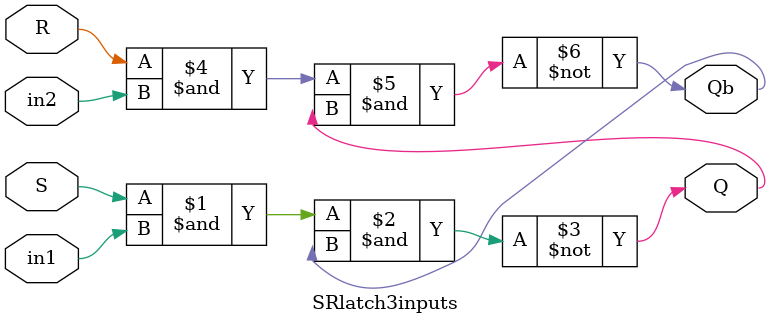
<source format=v>
`timescale 1ns/1ns
module SRlatch1a(input S, R, in, output Q, Qb);
	nand #(12) N3(Q, S, in, Qb);
	nand #(8) N2(Qb, R, Q);
endmodule

module SRlatch2inputs(input S, R, output Q, Qb);
	nand #(8) N21(Q, S, Qb);
	nand #(8) N22(Qb, R, Q);
endmodule

module SRlatch3inputs(input S, R, in1, in2, output Q, Qb);
	nand #(12) N31(Q, S, in1, Qb);
	nand #(12) N32(Qb, R, in2, Q);
endmodule
</source>
